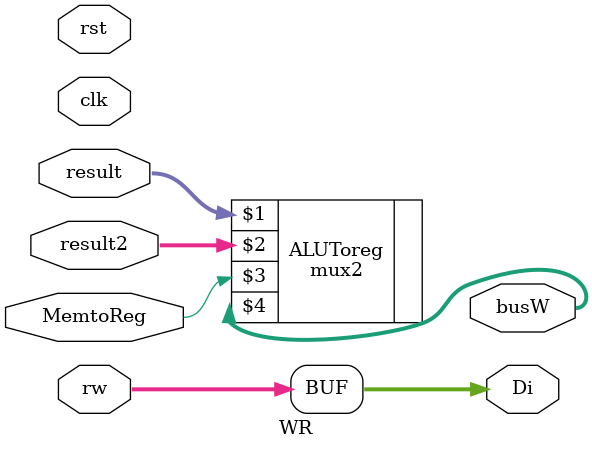
<source format=v>
module WR(clk,rst,result,result2,MemtoReg,rw,Di,busW);

input clk,rst,MemtoReg;
input [31:0] result,result2;
input [4:0] rw;
output[31:0] busW;
output [4:0] Di;
mux2  ALUToreg(result,result2,MemtoReg,busW);
assign Di=rw;
endmodule

</source>
